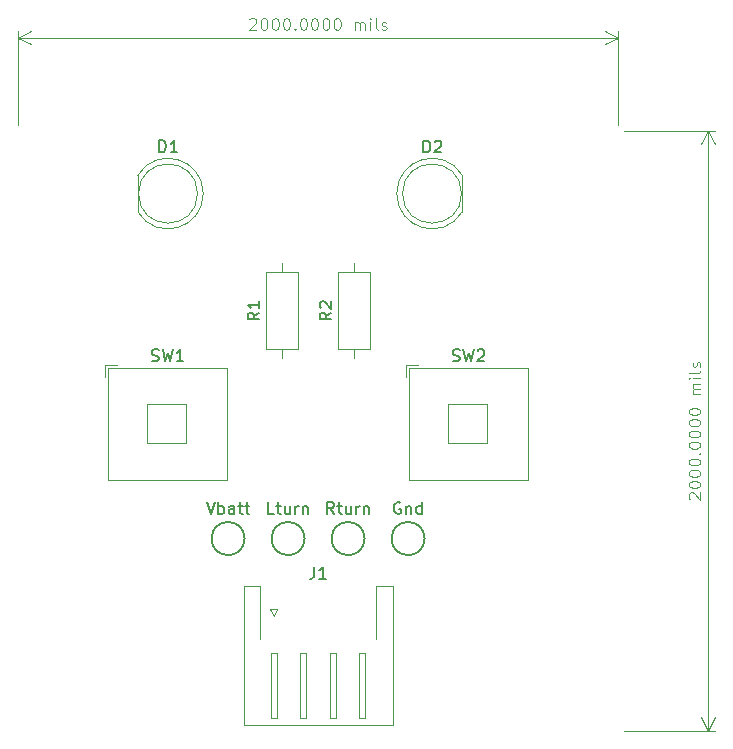
<source format=gbr>
%TF.GenerationSoftware,KiCad,Pcbnew,8.0.8*%
%TF.CreationDate,2025-03-27T00:10:53-04:00*%
%TF.ProjectId,rear_lights_unit_control_box,72656172-5f6c-4696-9768-74735f756e69,0*%
%TF.SameCoordinates,Original*%
%TF.FileFunction,Legend,Top*%
%TF.FilePolarity,Positive*%
%FSLAX46Y46*%
G04 Gerber Fmt 4.6, Leading zero omitted, Abs format (unit mm)*
G04 Created by KiCad (PCBNEW 8.0.8) date 2025-03-27 00:10:53*
%MOMM*%
%LPD*%
G01*
G04 APERTURE LIST*
%ADD10C,0.100000*%
%ADD11C,0.150000*%
%ADD12C,0.120000*%
G04 APERTURE END LIST*
D10*
X121190476Y-41378657D02*
X121238095Y-41331038D01*
X121238095Y-41331038D02*
X121333333Y-41283419D01*
X121333333Y-41283419D02*
X121571428Y-41283419D01*
X121571428Y-41283419D02*
X121666666Y-41331038D01*
X121666666Y-41331038D02*
X121714285Y-41378657D01*
X121714285Y-41378657D02*
X121761904Y-41473895D01*
X121761904Y-41473895D02*
X121761904Y-41569133D01*
X121761904Y-41569133D02*
X121714285Y-41711990D01*
X121714285Y-41711990D02*
X121142857Y-42283419D01*
X121142857Y-42283419D02*
X121761904Y-42283419D01*
X122380952Y-41283419D02*
X122476190Y-41283419D01*
X122476190Y-41283419D02*
X122571428Y-41331038D01*
X122571428Y-41331038D02*
X122619047Y-41378657D01*
X122619047Y-41378657D02*
X122666666Y-41473895D01*
X122666666Y-41473895D02*
X122714285Y-41664371D01*
X122714285Y-41664371D02*
X122714285Y-41902466D01*
X122714285Y-41902466D02*
X122666666Y-42092942D01*
X122666666Y-42092942D02*
X122619047Y-42188180D01*
X122619047Y-42188180D02*
X122571428Y-42235800D01*
X122571428Y-42235800D02*
X122476190Y-42283419D01*
X122476190Y-42283419D02*
X122380952Y-42283419D01*
X122380952Y-42283419D02*
X122285714Y-42235800D01*
X122285714Y-42235800D02*
X122238095Y-42188180D01*
X122238095Y-42188180D02*
X122190476Y-42092942D01*
X122190476Y-42092942D02*
X122142857Y-41902466D01*
X122142857Y-41902466D02*
X122142857Y-41664371D01*
X122142857Y-41664371D02*
X122190476Y-41473895D01*
X122190476Y-41473895D02*
X122238095Y-41378657D01*
X122238095Y-41378657D02*
X122285714Y-41331038D01*
X122285714Y-41331038D02*
X122380952Y-41283419D01*
X123333333Y-41283419D02*
X123428571Y-41283419D01*
X123428571Y-41283419D02*
X123523809Y-41331038D01*
X123523809Y-41331038D02*
X123571428Y-41378657D01*
X123571428Y-41378657D02*
X123619047Y-41473895D01*
X123619047Y-41473895D02*
X123666666Y-41664371D01*
X123666666Y-41664371D02*
X123666666Y-41902466D01*
X123666666Y-41902466D02*
X123619047Y-42092942D01*
X123619047Y-42092942D02*
X123571428Y-42188180D01*
X123571428Y-42188180D02*
X123523809Y-42235800D01*
X123523809Y-42235800D02*
X123428571Y-42283419D01*
X123428571Y-42283419D02*
X123333333Y-42283419D01*
X123333333Y-42283419D02*
X123238095Y-42235800D01*
X123238095Y-42235800D02*
X123190476Y-42188180D01*
X123190476Y-42188180D02*
X123142857Y-42092942D01*
X123142857Y-42092942D02*
X123095238Y-41902466D01*
X123095238Y-41902466D02*
X123095238Y-41664371D01*
X123095238Y-41664371D02*
X123142857Y-41473895D01*
X123142857Y-41473895D02*
X123190476Y-41378657D01*
X123190476Y-41378657D02*
X123238095Y-41331038D01*
X123238095Y-41331038D02*
X123333333Y-41283419D01*
X124285714Y-41283419D02*
X124380952Y-41283419D01*
X124380952Y-41283419D02*
X124476190Y-41331038D01*
X124476190Y-41331038D02*
X124523809Y-41378657D01*
X124523809Y-41378657D02*
X124571428Y-41473895D01*
X124571428Y-41473895D02*
X124619047Y-41664371D01*
X124619047Y-41664371D02*
X124619047Y-41902466D01*
X124619047Y-41902466D02*
X124571428Y-42092942D01*
X124571428Y-42092942D02*
X124523809Y-42188180D01*
X124523809Y-42188180D02*
X124476190Y-42235800D01*
X124476190Y-42235800D02*
X124380952Y-42283419D01*
X124380952Y-42283419D02*
X124285714Y-42283419D01*
X124285714Y-42283419D02*
X124190476Y-42235800D01*
X124190476Y-42235800D02*
X124142857Y-42188180D01*
X124142857Y-42188180D02*
X124095238Y-42092942D01*
X124095238Y-42092942D02*
X124047619Y-41902466D01*
X124047619Y-41902466D02*
X124047619Y-41664371D01*
X124047619Y-41664371D02*
X124095238Y-41473895D01*
X124095238Y-41473895D02*
X124142857Y-41378657D01*
X124142857Y-41378657D02*
X124190476Y-41331038D01*
X124190476Y-41331038D02*
X124285714Y-41283419D01*
X125047619Y-42188180D02*
X125095238Y-42235800D01*
X125095238Y-42235800D02*
X125047619Y-42283419D01*
X125047619Y-42283419D02*
X125000000Y-42235800D01*
X125000000Y-42235800D02*
X125047619Y-42188180D01*
X125047619Y-42188180D02*
X125047619Y-42283419D01*
X125714285Y-41283419D02*
X125809523Y-41283419D01*
X125809523Y-41283419D02*
X125904761Y-41331038D01*
X125904761Y-41331038D02*
X125952380Y-41378657D01*
X125952380Y-41378657D02*
X125999999Y-41473895D01*
X125999999Y-41473895D02*
X126047618Y-41664371D01*
X126047618Y-41664371D02*
X126047618Y-41902466D01*
X126047618Y-41902466D02*
X125999999Y-42092942D01*
X125999999Y-42092942D02*
X125952380Y-42188180D01*
X125952380Y-42188180D02*
X125904761Y-42235800D01*
X125904761Y-42235800D02*
X125809523Y-42283419D01*
X125809523Y-42283419D02*
X125714285Y-42283419D01*
X125714285Y-42283419D02*
X125619047Y-42235800D01*
X125619047Y-42235800D02*
X125571428Y-42188180D01*
X125571428Y-42188180D02*
X125523809Y-42092942D01*
X125523809Y-42092942D02*
X125476190Y-41902466D01*
X125476190Y-41902466D02*
X125476190Y-41664371D01*
X125476190Y-41664371D02*
X125523809Y-41473895D01*
X125523809Y-41473895D02*
X125571428Y-41378657D01*
X125571428Y-41378657D02*
X125619047Y-41331038D01*
X125619047Y-41331038D02*
X125714285Y-41283419D01*
X126666666Y-41283419D02*
X126761904Y-41283419D01*
X126761904Y-41283419D02*
X126857142Y-41331038D01*
X126857142Y-41331038D02*
X126904761Y-41378657D01*
X126904761Y-41378657D02*
X126952380Y-41473895D01*
X126952380Y-41473895D02*
X126999999Y-41664371D01*
X126999999Y-41664371D02*
X126999999Y-41902466D01*
X126999999Y-41902466D02*
X126952380Y-42092942D01*
X126952380Y-42092942D02*
X126904761Y-42188180D01*
X126904761Y-42188180D02*
X126857142Y-42235800D01*
X126857142Y-42235800D02*
X126761904Y-42283419D01*
X126761904Y-42283419D02*
X126666666Y-42283419D01*
X126666666Y-42283419D02*
X126571428Y-42235800D01*
X126571428Y-42235800D02*
X126523809Y-42188180D01*
X126523809Y-42188180D02*
X126476190Y-42092942D01*
X126476190Y-42092942D02*
X126428571Y-41902466D01*
X126428571Y-41902466D02*
X126428571Y-41664371D01*
X126428571Y-41664371D02*
X126476190Y-41473895D01*
X126476190Y-41473895D02*
X126523809Y-41378657D01*
X126523809Y-41378657D02*
X126571428Y-41331038D01*
X126571428Y-41331038D02*
X126666666Y-41283419D01*
X127619047Y-41283419D02*
X127714285Y-41283419D01*
X127714285Y-41283419D02*
X127809523Y-41331038D01*
X127809523Y-41331038D02*
X127857142Y-41378657D01*
X127857142Y-41378657D02*
X127904761Y-41473895D01*
X127904761Y-41473895D02*
X127952380Y-41664371D01*
X127952380Y-41664371D02*
X127952380Y-41902466D01*
X127952380Y-41902466D02*
X127904761Y-42092942D01*
X127904761Y-42092942D02*
X127857142Y-42188180D01*
X127857142Y-42188180D02*
X127809523Y-42235800D01*
X127809523Y-42235800D02*
X127714285Y-42283419D01*
X127714285Y-42283419D02*
X127619047Y-42283419D01*
X127619047Y-42283419D02*
X127523809Y-42235800D01*
X127523809Y-42235800D02*
X127476190Y-42188180D01*
X127476190Y-42188180D02*
X127428571Y-42092942D01*
X127428571Y-42092942D02*
X127380952Y-41902466D01*
X127380952Y-41902466D02*
X127380952Y-41664371D01*
X127380952Y-41664371D02*
X127428571Y-41473895D01*
X127428571Y-41473895D02*
X127476190Y-41378657D01*
X127476190Y-41378657D02*
X127523809Y-41331038D01*
X127523809Y-41331038D02*
X127619047Y-41283419D01*
X128571428Y-41283419D02*
X128666666Y-41283419D01*
X128666666Y-41283419D02*
X128761904Y-41331038D01*
X128761904Y-41331038D02*
X128809523Y-41378657D01*
X128809523Y-41378657D02*
X128857142Y-41473895D01*
X128857142Y-41473895D02*
X128904761Y-41664371D01*
X128904761Y-41664371D02*
X128904761Y-41902466D01*
X128904761Y-41902466D02*
X128857142Y-42092942D01*
X128857142Y-42092942D02*
X128809523Y-42188180D01*
X128809523Y-42188180D02*
X128761904Y-42235800D01*
X128761904Y-42235800D02*
X128666666Y-42283419D01*
X128666666Y-42283419D02*
X128571428Y-42283419D01*
X128571428Y-42283419D02*
X128476190Y-42235800D01*
X128476190Y-42235800D02*
X128428571Y-42188180D01*
X128428571Y-42188180D02*
X128380952Y-42092942D01*
X128380952Y-42092942D02*
X128333333Y-41902466D01*
X128333333Y-41902466D02*
X128333333Y-41664371D01*
X128333333Y-41664371D02*
X128380952Y-41473895D01*
X128380952Y-41473895D02*
X128428571Y-41378657D01*
X128428571Y-41378657D02*
X128476190Y-41331038D01*
X128476190Y-41331038D02*
X128571428Y-41283419D01*
X130095238Y-42283419D02*
X130095238Y-41616752D01*
X130095238Y-41711990D02*
X130142857Y-41664371D01*
X130142857Y-41664371D02*
X130238095Y-41616752D01*
X130238095Y-41616752D02*
X130380952Y-41616752D01*
X130380952Y-41616752D02*
X130476190Y-41664371D01*
X130476190Y-41664371D02*
X130523809Y-41759609D01*
X130523809Y-41759609D02*
X130523809Y-42283419D01*
X130523809Y-41759609D02*
X130571428Y-41664371D01*
X130571428Y-41664371D02*
X130666666Y-41616752D01*
X130666666Y-41616752D02*
X130809523Y-41616752D01*
X130809523Y-41616752D02*
X130904762Y-41664371D01*
X130904762Y-41664371D02*
X130952381Y-41759609D01*
X130952381Y-41759609D02*
X130952381Y-42283419D01*
X131428571Y-42283419D02*
X131428571Y-41616752D01*
X131428571Y-41283419D02*
X131380952Y-41331038D01*
X131380952Y-41331038D02*
X131428571Y-41378657D01*
X131428571Y-41378657D02*
X131476190Y-41331038D01*
X131476190Y-41331038D02*
X131428571Y-41283419D01*
X131428571Y-41283419D02*
X131428571Y-41378657D01*
X132047618Y-42283419D02*
X131952380Y-42235800D01*
X131952380Y-42235800D02*
X131904761Y-42140561D01*
X131904761Y-42140561D02*
X131904761Y-41283419D01*
X132380952Y-42235800D02*
X132476190Y-42283419D01*
X132476190Y-42283419D02*
X132666666Y-42283419D01*
X132666666Y-42283419D02*
X132761904Y-42235800D01*
X132761904Y-42235800D02*
X132809523Y-42140561D01*
X132809523Y-42140561D02*
X132809523Y-42092942D01*
X132809523Y-42092942D02*
X132761904Y-41997704D01*
X132761904Y-41997704D02*
X132666666Y-41950085D01*
X132666666Y-41950085D02*
X132523809Y-41950085D01*
X132523809Y-41950085D02*
X132428571Y-41902466D01*
X132428571Y-41902466D02*
X132380952Y-41807228D01*
X132380952Y-41807228D02*
X132380952Y-41759609D01*
X132380952Y-41759609D02*
X132428571Y-41664371D01*
X132428571Y-41664371D02*
X132523809Y-41616752D01*
X132523809Y-41616752D02*
X132666666Y-41616752D01*
X132666666Y-41616752D02*
X132761904Y-41664371D01*
X101600000Y-50300000D02*
X101600000Y-42339580D01*
X152400000Y-50300000D02*
X152400000Y-42339580D01*
X101600000Y-42926000D02*
X152400000Y-42926000D01*
X101600000Y-42926000D02*
X152400000Y-42926000D01*
X101600000Y-42926000D02*
X102726504Y-42339579D01*
X101600000Y-42926000D02*
X102726504Y-43512421D01*
X152400000Y-42926000D02*
X151273496Y-43512421D01*
X152400000Y-42926000D02*
X151273496Y-42339579D01*
X158472657Y-82009523D02*
X158425038Y-81961904D01*
X158425038Y-81961904D02*
X158377419Y-81866666D01*
X158377419Y-81866666D02*
X158377419Y-81628571D01*
X158377419Y-81628571D02*
X158425038Y-81533333D01*
X158425038Y-81533333D02*
X158472657Y-81485714D01*
X158472657Y-81485714D02*
X158567895Y-81438095D01*
X158567895Y-81438095D02*
X158663133Y-81438095D01*
X158663133Y-81438095D02*
X158805990Y-81485714D01*
X158805990Y-81485714D02*
X159377419Y-82057142D01*
X159377419Y-82057142D02*
X159377419Y-81438095D01*
X158377419Y-80819047D02*
X158377419Y-80723809D01*
X158377419Y-80723809D02*
X158425038Y-80628571D01*
X158425038Y-80628571D02*
X158472657Y-80580952D01*
X158472657Y-80580952D02*
X158567895Y-80533333D01*
X158567895Y-80533333D02*
X158758371Y-80485714D01*
X158758371Y-80485714D02*
X158996466Y-80485714D01*
X158996466Y-80485714D02*
X159186942Y-80533333D01*
X159186942Y-80533333D02*
X159282180Y-80580952D01*
X159282180Y-80580952D02*
X159329800Y-80628571D01*
X159329800Y-80628571D02*
X159377419Y-80723809D01*
X159377419Y-80723809D02*
X159377419Y-80819047D01*
X159377419Y-80819047D02*
X159329800Y-80914285D01*
X159329800Y-80914285D02*
X159282180Y-80961904D01*
X159282180Y-80961904D02*
X159186942Y-81009523D01*
X159186942Y-81009523D02*
X158996466Y-81057142D01*
X158996466Y-81057142D02*
X158758371Y-81057142D01*
X158758371Y-81057142D02*
X158567895Y-81009523D01*
X158567895Y-81009523D02*
X158472657Y-80961904D01*
X158472657Y-80961904D02*
X158425038Y-80914285D01*
X158425038Y-80914285D02*
X158377419Y-80819047D01*
X158377419Y-79866666D02*
X158377419Y-79771428D01*
X158377419Y-79771428D02*
X158425038Y-79676190D01*
X158425038Y-79676190D02*
X158472657Y-79628571D01*
X158472657Y-79628571D02*
X158567895Y-79580952D01*
X158567895Y-79580952D02*
X158758371Y-79533333D01*
X158758371Y-79533333D02*
X158996466Y-79533333D01*
X158996466Y-79533333D02*
X159186942Y-79580952D01*
X159186942Y-79580952D02*
X159282180Y-79628571D01*
X159282180Y-79628571D02*
X159329800Y-79676190D01*
X159329800Y-79676190D02*
X159377419Y-79771428D01*
X159377419Y-79771428D02*
X159377419Y-79866666D01*
X159377419Y-79866666D02*
X159329800Y-79961904D01*
X159329800Y-79961904D02*
X159282180Y-80009523D01*
X159282180Y-80009523D02*
X159186942Y-80057142D01*
X159186942Y-80057142D02*
X158996466Y-80104761D01*
X158996466Y-80104761D02*
X158758371Y-80104761D01*
X158758371Y-80104761D02*
X158567895Y-80057142D01*
X158567895Y-80057142D02*
X158472657Y-80009523D01*
X158472657Y-80009523D02*
X158425038Y-79961904D01*
X158425038Y-79961904D02*
X158377419Y-79866666D01*
X158377419Y-78914285D02*
X158377419Y-78819047D01*
X158377419Y-78819047D02*
X158425038Y-78723809D01*
X158425038Y-78723809D02*
X158472657Y-78676190D01*
X158472657Y-78676190D02*
X158567895Y-78628571D01*
X158567895Y-78628571D02*
X158758371Y-78580952D01*
X158758371Y-78580952D02*
X158996466Y-78580952D01*
X158996466Y-78580952D02*
X159186942Y-78628571D01*
X159186942Y-78628571D02*
X159282180Y-78676190D01*
X159282180Y-78676190D02*
X159329800Y-78723809D01*
X159329800Y-78723809D02*
X159377419Y-78819047D01*
X159377419Y-78819047D02*
X159377419Y-78914285D01*
X159377419Y-78914285D02*
X159329800Y-79009523D01*
X159329800Y-79009523D02*
X159282180Y-79057142D01*
X159282180Y-79057142D02*
X159186942Y-79104761D01*
X159186942Y-79104761D02*
X158996466Y-79152380D01*
X158996466Y-79152380D02*
X158758371Y-79152380D01*
X158758371Y-79152380D02*
X158567895Y-79104761D01*
X158567895Y-79104761D02*
X158472657Y-79057142D01*
X158472657Y-79057142D02*
X158425038Y-79009523D01*
X158425038Y-79009523D02*
X158377419Y-78914285D01*
X159282180Y-78152380D02*
X159329800Y-78104761D01*
X159329800Y-78104761D02*
X159377419Y-78152380D01*
X159377419Y-78152380D02*
X159329800Y-78199999D01*
X159329800Y-78199999D02*
X159282180Y-78152380D01*
X159282180Y-78152380D02*
X159377419Y-78152380D01*
X158377419Y-77485714D02*
X158377419Y-77390476D01*
X158377419Y-77390476D02*
X158425038Y-77295238D01*
X158425038Y-77295238D02*
X158472657Y-77247619D01*
X158472657Y-77247619D02*
X158567895Y-77200000D01*
X158567895Y-77200000D02*
X158758371Y-77152381D01*
X158758371Y-77152381D02*
X158996466Y-77152381D01*
X158996466Y-77152381D02*
X159186942Y-77200000D01*
X159186942Y-77200000D02*
X159282180Y-77247619D01*
X159282180Y-77247619D02*
X159329800Y-77295238D01*
X159329800Y-77295238D02*
X159377419Y-77390476D01*
X159377419Y-77390476D02*
X159377419Y-77485714D01*
X159377419Y-77485714D02*
X159329800Y-77580952D01*
X159329800Y-77580952D02*
X159282180Y-77628571D01*
X159282180Y-77628571D02*
X159186942Y-77676190D01*
X159186942Y-77676190D02*
X158996466Y-77723809D01*
X158996466Y-77723809D02*
X158758371Y-77723809D01*
X158758371Y-77723809D02*
X158567895Y-77676190D01*
X158567895Y-77676190D02*
X158472657Y-77628571D01*
X158472657Y-77628571D02*
X158425038Y-77580952D01*
X158425038Y-77580952D02*
X158377419Y-77485714D01*
X158377419Y-76533333D02*
X158377419Y-76438095D01*
X158377419Y-76438095D02*
X158425038Y-76342857D01*
X158425038Y-76342857D02*
X158472657Y-76295238D01*
X158472657Y-76295238D02*
X158567895Y-76247619D01*
X158567895Y-76247619D02*
X158758371Y-76200000D01*
X158758371Y-76200000D02*
X158996466Y-76200000D01*
X158996466Y-76200000D02*
X159186942Y-76247619D01*
X159186942Y-76247619D02*
X159282180Y-76295238D01*
X159282180Y-76295238D02*
X159329800Y-76342857D01*
X159329800Y-76342857D02*
X159377419Y-76438095D01*
X159377419Y-76438095D02*
X159377419Y-76533333D01*
X159377419Y-76533333D02*
X159329800Y-76628571D01*
X159329800Y-76628571D02*
X159282180Y-76676190D01*
X159282180Y-76676190D02*
X159186942Y-76723809D01*
X159186942Y-76723809D02*
X158996466Y-76771428D01*
X158996466Y-76771428D02*
X158758371Y-76771428D01*
X158758371Y-76771428D02*
X158567895Y-76723809D01*
X158567895Y-76723809D02*
X158472657Y-76676190D01*
X158472657Y-76676190D02*
X158425038Y-76628571D01*
X158425038Y-76628571D02*
X158377419Y-76533333D01*
X158377419Y-75580952D02*
X158377419Y-75485714D01*
X158377419Y-75485714D02*
X158425038Y-75390476D01*
X158425038Y-75390476D02*
X158472657Y-75342857D01*
X158472657Y-75342857D02*
X158567895Y-75295238D01*
X158567895Y-75295238D02*
X158758371Y-75247619D01*
X158758371Y-75247619D02*
X158996466Y-75247619D01*
X158996466Y-75247619D02*
X159186942Y-75295238D01*
X159186942Y-75295238D02*
X159282180Y-75342857D01*
X159282180Y-75342857D02*
X159329800Y-75390476D01*
X159329800Y-75390476D02*
X159377419Y-75485714D01*
X159377419Y-75485714D02*
X159377419Y-75580952D01*
X159377419Y-75580952D02*
X159329800Y-75676190D01*
X159329800Y-75676190D02*
X159282180Y-75723809D01*
X159282180Y-75723809D02*
X159186942Y-75771428D01*
X159186942Y-75771428D02*
X158996466Y-75819047D01*
X158996466Y-75819047D02*
X158758371Y-75819047D01*
X158758371Y-75819047D02*
X158567895Y-75771428D01*
X158567895Y-75771428D02*
X158472657Y-75723809D01*
X158472657Y-75723809D02*
X158425038Y-75676190D01*
X158425038Y-75676190D02*
X158377419Y-75580952D01*
X158377419Y-74628571D02*
X158377419Y-74533333D01*
X158377419Y-74533333D02*
X158425038Y-74438095D01*
X158425038Y-74438095D02*
X158472657Y-74390476D01*
X158472657Y-74390476D02*
X158567895Y-74342857D01*
X158567895Y-74342857D02*
X158758371Y-74295238D01*
X158758371Y-74295238D02*
X158996466Y-74295238D01*
X158996466Y-74295238D02*
X159186942Y-74342857D01*
X159186942Y-74342857D02*
X159282180Y-74390476D01*
X159282180Y-74390476D02*
X159329800Y-74438095D01*
X159329800Y-74438095D02*
X159377419Y-74533333D01*
X159377419Y-74533333D02*
X159377419Y-74628571D01*
X159377419Y-74628571D02*
X159329800Y-74723809D01*
X159329800Y-74723809D02*
X159282180Y-74771428D01*
X159282180Y-74771428D02*
X159186942Y-74819047D01*
X159186942Y-74819047D02*
X158996466Y-74866666D01*
X158996466Y-74866666D02*
X158758371Y-74866666D01*
X158758371Y-74866666D02*
X158567895Y-74819047D01*
X158567895Y-74819047D02*
X158472657Y-74771428D01*
X158472657Y-74771428D02*
X158425038Y-74723809D01*
X158425038Y-74723809D02*
X158377419Y-74628571D01*
X159377419Y-73104761D02*
X158710752Y-73104761D01*
X158805990Y-73104761D02*
X158758371Y-73057142D01*
X158758371Y-73057142D02*
X158710752Y-72961904D01*
X158710752Y-72961904D02*
X158710752Y-72819047D01*
X158710752Y-72819047D02*
X158758371Y-72723809D01*
X158758371Y-72723809D02*
X158853609Y-72676190D01*
X158853609Y-72676190D02*
X159377419Y-72676190D01*
X158853609Y-72676190D02*
X158758371Y-72628571D01*
X158758371Y-72628571D02*
X158710752Y-72533333D01*
X158710752Y-72533333D02*
X158710752Y-72390476D01*
X158710752Y-72390476D02*
X158758371Y-72295237D01*
X158758371Y-72295237D02*
X158853609Y-72247618D01*
X158853609Y-72247618D02*
X159377419Y-72247618D01*
X159377419Y-71771428D02*
X158710752Y-71771428D01*
X158377419Y-71771428D02*
X158425038Y-71819047D01*
X158425038Y-71819047D02*
X158472657Y-71771428D01*
X158472657Y-71771428D02*
X158425038Y-71723809D01*
X158425038Y-71723809D02*
X158377419Y-71771428D01*
X158377419Y-71771428D02*
X158472657Y-71771428D01*
X159377419Y-71152381D02*
X159329800Y-71247619D01*
X159329800Y-71247619D02*
X159234561Y-71295238D01*
X159234561Y-71295238D02*
X158377419Y-71295238D01*
X159329800Y-70819047D02*
X159377419Y-70723809D01*
X159377419Y-70723809D02*
X159377419Y-70533333D01*
X159377419Y-70533333D02*
X159329800Y-70438095D01*
X159329800Y-70438095D02*
X159234561Y-70390476D01*
X159234561Y-70390476D02*
X159186942Y-70390476D01*
X159186942Y-70390476D02*
X159091704Y-70438095D01*
X159091704Y-70438095D02*
X159044085Y-70533333D01*
X159044085Y-70533333D02*
X159044085Y-70676190D01*
X159044085Y-70676190D02*
X158996466Y-70771428D01*
X158996466Y-70771428D02*
X158901228Y-70819047D01*
X158901228Y-70819047D02*
X158853609Y-70819047D01*
X158853609Y-70819047D02*
X158758371Y-70771428D01*
X158758371Y-70771428D02*
X158710752Y-70676190D01*
X158710752Y-70676190D02*
X158710752Y-70533333D01*
X158710752Y-70533333D02*
X158758371Y-70438095D01*
X152900000Y-101600000D02*
X160606420Y-101600000D01*
X152900000Y-50800000D02*
X160606420Y-50800000D01*
X160020000Y-101600000D02*
X160020000Y-50800000D01*
X160020000Y-101600000D02*
X160020000Y-50800000D01*
X160020000Y-101600000D02*
X159433579Y-100473496D01*
X160020000Y-101600000D02*
X160606421Y-100473496D01*
X160020000Y-50800000D02*
X160606421Y-51926504D01*
X160020000Y-50800000D02*
X159433579Y-51926504D01*
D11*
X122036819Y-66206666D02*
X121560628Y-66539999D01*
X122036819Y-66778094D02*
X121036819Y-66778094D01*
X121036819Y-66778094D02*
X121036819Y-66397142D01*
X121036819Y-66397142D02*
X121084438Y-66301904D01*
X121084438Y-66301904D02*
X121132057Y-66254285D01*
X121132057Y-66254285D02*
X121227295Y-66206666D01*
X121227295Y-66206666D02*
X121370152Y-66206666D01*
X121370152Y-66206666D02*
X121465390Y-66254285D01*
X121465390Y-66254285D02*
X121513009Y-66301904D01*
X121513009Y-66301904D02*
X121560628Y-66397142D01*
X121560628Y-66397142D02*
X121560628Y-66778094D01*
X122036819Y-65254285D02*
X122036819Y-65825713D01*
X122036819Y-65539999D02*
X121036819Y-65539999D01*
X121036819Y-65539999D02*
X121179676Y-65635237D01*
X121179676Y-65635237D02*
X121274914Y-65730475D01*
X121274914Y-65730475D02*
X121322533Y-65825713D01*
X123269523Y-83258819D02*
X122793333Y-83258819D01*
X122793333Y-83258819D02*
X122793333Y-82258819D01*
X123460000Y-82592152D02*
X123840952Y-82592152D01*
X123602857Y-82258819D02*
X123602857Y-83115961D01*
X123602857Y-83115961D02*
X123650476Y-83211200D01*
X123650476Y-83211200D02*
X123745714Y-83258819D01*
X123745714Y-83258819D02*
X123840952Y-83258819D01*
X124602857Y-82592152D02*
X124602857Y-83258819D01*
X124174286Y-82592152D02*
X124174286Y-83115961D01*
X124174286Y-83115961D02*
X124221905Y-83211200D01*
X124221905Y-83211200D02*
X124317143Y-83258819D01*
X124317143Y-83258819D02*
X124460000Y-83258819D01*
X124460000Y-83258819D02*
X124555238Y-83211200D01*
X124555238Y-83211200D02*
X124602857Y-83163580D01*
X125079048Y-83258819D02*
X125079048Y-82592152D01*
X125079048Y-82782628D02*
X125126667Y-82687390D01*
X125126667Y-82687390D02*
X125174286Y-82639771D01*
X125174286Y-82639771D02*
X125269524Y-82592152D01*
X125269524Y-82592152D02*
X125364762Y-82592152D01*
X125698096Y-82592152D02*
X125698096Y-83258819D01*
X125698096Y-82687390D02*
X125745715Y-82639771D01*
X125745715Y-82639771D02*
X125840953Y-82592152D01*
X125840953Y-82592152D02*
X125983810Y-82592152D01*
X125983810Y-82592152D02*
X126079048Y-82639771D01*
X126079048Y-82639771D02*
X126126667Y-82735009D01*
X126126667Y-82735009D02*
X126126667Y-83258819D01*
X112926667Y-70288500D02*
X113069524Y-70336119D01*
X113069524Y-70336119D02*
X113307619Y-70336119D01*
X113307619Y-70336119D02*
X113402857Y-70288500D01*
X113402857Y-70288500D02*
X113450476Y-70240880D01*
X113450476Y-70240880D02*
X113498095Y-70145642D01*
X113498095Y-70145642D02*
X113498095Y-70050404D01*
X113498095Y-70050404D02*
X113450476Y-69955166D01*
X113450476Y-69955166D02*
X113402857Y-69907547D01*
X113402857Y-69907547D02*
X113307619Y-69859928D01*
X113307619Y-69859928D02*
X113117143Y-69812309D01*
X113117143Y-69812309D02*
X113021905Y-69764690D01*
X113021905Y-69764690D02*
X112974286Y-69717071D01*
X112974286Y-69717071D02*
X112926667Y-69621833D01*
X112926667Y-69621833D02*
X112926667Y-69526595D01*
X112926667Y-69526595D02*
X112974286Y-69431357D01*
X112974286Y-69431357D02*
X113021905Y-69383738D01*
X113021905Y-69383738D02*
X113117143Y-69336119D01*
X113117143Y-69336119D02*
X113355238Y-69336119D01*
X113355238Y-69336119D02*
X113498095Y-69383738D01*
X113831429Y-69336119D02*
X114069524Y-70336119D01*
X114069524Y-70336119D02*
X114260000Y-69621833D01*
X114260000Y-69621833D02*
X114450476Y-70336119D01*
X114450476Y-70336119D02*
X114688572Y-69336119D01*
X115593333Y-70336119D02*
X115021905Y-70336119D01*
X115307619Y-70336119D02*
X115307619Y-69336119D01*
X115307619Y-69336119D02*
X115212381Y-69478976D01*
X115212381Y-69478976D02*
X115117143Y-69574214D01*
X115117143Y-69574214D02*
X115021905Y-69621833D01*
X133977142Y-82306438D02*
X133881904Y-82258819D01*
X133881904Y-82258819D02*
X133739047Y-82258819D01*
X133739047Y-82258819D02*
X133596190Y-82306438D01*
X133596190Y-82306438D02*
X133500952Y-82401676D01*
X133500952Y-82401676D02*
X133453333Y-82496914D01*
X133453333Y-82496914D02*
X133405714Y-82687390D01*
X133405714Y-82687390D02*
X133405714Y-82830247D01*
X133405714Y-82830247D02*
X133453333Y-83020723D01*
X133453333Y-83020723D02*
X133500952Y-83115961D01*
X133500952Y-83115961D02*
X133596190Y-83211200D01*
X133596190Y-83211200D02*
X133739047Y-83258819D01*
X133739047Y-83258819D02*
X133834285Y-83258819D01*
X133834285Y-83258819D02*
X133977142Y-83211200D01*
X133977142Y-83211200D02*
X134024761Y-83163580D01*
X134024761Y-83163580D02*
X134024761Y-82830247D01*
X134024761Y-82830247D02*
X133834285Y-82830247D01*
X134453333Y-82592152D02*
X134453333Y-83258819D01*
X134453333Y-82687390D02*
X134500952Y-82639771D01*
X134500952Y-82639771D02*
X134596190Y-82592152D01*
X134596190Y-82592152D02*
X134739047Y-82592152D01*
X134739047Y-82592152D02*
X134834285Y-82639771D01*
X134834285Y-82639771D02*
X134881904Y-82735009D01*
X134881904Y-82735009D02*
X134881904Y-83258819D01*
X135786666Y-83258819D02*
X135786666Y-82258819D01*
X135786666Y-83211200D02*
X135691428Y-83258819D01*
X135691428Y-83258819D02*
X135500952Y-83258819D01*
X135500952Y-83258819D02*
X135405714Y-83211200D01*
X135405714Y-83211200D02*
X135358095Y-83163580D01*
X135358095Y-83163580D02*
X135310476Y-83068342D01*
X135310476Y-83068342D02*
X135310476Y-82782628D01*
X135310476Y-82782628D02*
X135358095Y-82687390D01*
X135358095Y-82687390D02*
X135405714Y-82639771D01*
X135405714Y-82639771D02*
X135500952Y-82592152D01*
X135500952Y-82592152D02*
X135691428Y-82592152D01*
X135691428Y-82592152D02*
X135786666Y-82639771D01*
X128136819Y-66206666D02*
X127660628Y-66539999D01*
X128136819Y-66778094D02*
X127136819Y-66778094D01*
X127136819Y-66778094D02*
X127136819Y-66397142D01*
X127136819Y-66397142D02*
X127184438Y-66301904D01*
X127184438Y-66301904D02*
X127232057Y-66254285D01*
X127232057Y-66254285D02*
X127327295Y-66206666D01*
X127327295Y-66206666D02*
X127470152Y-66206666D01*
X127470152Y-66206666D02*
X127565390Y-66254285D01*
X127565390Y-66254285D02*
X127613009Y-66301904D01*
X127613009Y-66301904D02*
X127660628Y-66397142D01*
X127660628Y-66397142D02*
X127660628Y-66778094D01*
X127232057Y-65825713D02*
X127184438Y-65778094D01*
X127184438Y-65778094D02*
X127136819Y-65682856D01*
X127136819Y-65682856D02*
X127136819Y-65444761D01*
X127136819Y-65444761D02*
X127184438Y-65349523D01*
X127184438Y-65349523D02*
X127232057Y-65301904D01*
X127232057Y-65301904D02*
X127327295Y-65254285D01*
X127327295Y-65254285D02*
X127422533Y-65254285D01*
X127422533Y-65254285D02*
X127565390Y-65301904D01*
X127565390Y-65301904D02*
X128136819Y-65873332D01*
X128136819Y-65873332D02*
X128136819Y-65254285D01*
X113556905Y-52628819D02*
X113556905Y-51628819D01*
X113556905Y-51628819D02*
X113795000Y-51628819D01*
X113795000Y-51628819D02*
X113937857Y-51676438D01*
X113937857Y-51676438D02*
X114033095Y-51771676D01*
X114033095Y-51771676D02*
X114080714Y-51866914D01*
X114080714Y-51866914D02*
X114128333Y-52057390D01*
X114128333Y-52057390D02*
X114128333Y-52200247D01*
X114128333Y-52200247D02*
X114080714Y-52390723D01*
X114080714Y-52390723D02*
X114033095Y-52485961D01*
X114033095Y-52485961D02*
X113937857Y-52581200D01*
X113937857Y-52581200D02*
X113795000Y-52628819D01*
X113795000Y-52628819D02*
X113556905Y-52628819D01*
X115080714Y-52628819D02*
X114509286Y-52628819D01*
X114795000Y-52628819D02*
X114795000Y-51628819D01*
X114795000Y-51628819D02*
X114699762Y-51771676D01*
X114699762Y-51771676D02*
X114604524Y-51866914D01*
X114604524Y-51866914D02*
X114509286Y-51914533D01*
X135913905Y-52646739D02*
X135913905Y-51646739D01*
X135913905Y-51646739D02*
X136152000Y-51646739D01*
X136152000Y-51646739D02*
X136294857Y-51694358D01*
X136294857Y-51694358D02*
X136390095Y-51789596D01*
X136390095Y-51789596D02*
X136437714Y-51884834D01*
X136437714Y-51884834D02*
X136485333Y-52075310D01*
X136485333Y-52075310D02*
X136485333Y-52218167D01*
X136485333Y-52218167D02*
X136437714Y-52408643D01*
X136437714Y-52408643D02*
X136390095Y-52503881D01*
X136390095Y-52503881D02*
X136294857Y-52599120D01*
X136294857Y-52599120D02*
X136152000Y-52646739D01*
X136152000Y-52646739D02*
X135913905Y-52646739D01*
X136866286Y-51741977D02*
X136913905Y-51694358D01*
X136913905Y-51694358D02*
X137009143Y-51646739D01*
X137009143Y-51646739D02*
X137247238Y-51646739D01*
X137247238Y-51646739D02*
X137342476Y-51694358D01*
X137342476Y-51694358D02*
X137390095Y-51741977D01*
X137390095Y-51741977D02*
X137437714Y-51837215D01*
X137437714Y-51837215D02*
X137437714Y-51932453D01*
X137437714Y-51932453D02*
X137390095Y-52075310D01*
X137390095Y-52075310D02*
X136818667Y-52646739D01*
X136818667Y-52646739D02*
X137437714Y-52646739D01*
X117570476Y-82258819D02*
X117903809Y-83258819D01*
X117903809Y-83258819D02*
X118237142Y-82258819D01*
X118570476Y-83258819D02*
X118570476Y-82258819D01*
X118570476Y-82639771D02*
X118665714Y-82592152D01*
X118665714Y-82592152D02*
X118856190Y-82592152D01*
X118856190Y-82592152D02*
X118951428Y-82639771D01*
X118951428Y-82639771D02*
X118999047Y-82687390D01*
X118999047Y-82687390D02*
X119046666Y-82782628D01*
X119046666Y-82782628D02*
X119046666Y-83068342D01*
X119046666Y-83068342D02*
X118999047Y-83163580D01*
X118999047Y-83163580D02*
X118951428Y-83211200D01*
X118951428Y-83211200D02*
X118856190Y-83258819D01*
X118856190Y-83258819D02*
X118665714Y-83258819D01*
X118665714Y-83258819D02*
X118570476Y-83211200D01*
X119903809Y-83258819D02*
X119903809Y-82735009D01*
X119903809Y-82735009D02*
X119856190Y-82639771D01*
X119856190Y-82639771D02*
X119760952Y-82592152D01*
X119760952Y-82592152D02*
X119570476Y-82592152D01*
X119570476Y-82592152D02*
X119475238Y-82639771D01*
X119903809Y-83211200D02*
X119808571Y-83258819D01*
X119808571Y-83258819D02*
X119570476Y-83258819D01*
X119570476Y-83258819D02*
X119475238Y-83211200D01*
X119475238Y-83211200D02*
X119427619Y-83115961D01*
X119427619Y-83115961D02*
X119427619Y-83020723D01*
X119427619Y-83020723D02*
X119475238Y-82925485D01*
X119475238Y-82925485D02*
X119570476Y-82877866D01*
X119570476Y-82877866D02*
X119808571Y-82877866D01*
X119808571Y-82877866D02*
X119903809Y-82830247D01*
X120237143Y-82592152D02*
X120618095Y-82592152D01*
X120380000Y-82258819D02*
X120380000Y-83115961D01*
X120380000Y-83115961D02*
X120427619Y-83211200D01*
X120427619Y-83211200D02*
X120522857Y-83258819D01*
X120522857Y-83258819D02*
X120618095Y-83258819D01*
X120808572Y-82592152D02*
X121189524Y-82592152D01*
X120951429Y-82258819D02*
X120951429Y-83115961D01*
X120951429Y-83115961D02*
X120999048Y-83211200D01*
X120999048Y-83211200D02*
X121094286Y-83258819D01*
X121094286Y-83258819D02*
X121189524Y-83258819D01*
X138406667Y-70288500D02*
X138549524Y-70336119D01*
X138549524Y-70336119D02*
X138787619Y-70336119D01*
X138787619Y-70336119D02*
X138882857Y-70288500D01*
X138882857Y-70288500D02*
X138930476Y-70240880D01*
X138930476Y-70240880D02*
X138978095Y-70145642D01*
X138978095Y-70145642D02*
X138978095Y-70050404D01*
X138978095Y-70050404D02*
X138930476Y-69955166D01*
X138930476Y-69955166D02*
X138882857Y-69907547D01*
X138882857Y-69907547D02*
X138787619Y-69859928D01*
X138787619Y-69859928D02*
X138597143Y-69812309D01*
X138597143Y-69812309D02*
X138501905Y-69764690D01*
X138501905Y-69764690D02*
X138454286Y-69717071D01*
X138454286Y-69717071D02*
X138406667Y-69621833D01*
X138406667Y-69621833D02*
X138406667Y-69526595D01*
X138406667Y-69526595D02*
X138454286Y-69431357D01*
X138454286Y-69431357D02*
X138501905Y-69383738D01*
X138501905Y-69383738D02*
X138597143Y-69336119D01*
X138597143Y-69336119D02*
X138835238Y-69336119D01*
X138835238Y-69336119D02*
X138978095Y-69383738D01*
X139311429Y-69336119D02*
X139549524Y-70336119D01*
X139549524Y-70336119D02*
X139740000Y-69621833D01*
X139740000Y-69621833D02*
X139930476Y-70336119D01*
X139930476Y-70336119D02*
X140168572Y-69336119D01*
X140501905Y-69431357D02*
X140549524Y-69383738D01*
X140549524Y-69383738D02*
X140644762Y-69336119D01*
X140644762Y-69336119D02*
X140882857Y-69336119D01*
X140882857Y-69336119D02*
X140978095Y-69383738D01*
X140978095Y-69383738D02*
X141025714Y-69431357D01*
X141025714Y-69431357D02*
X141073333Y-69526595D01*
X141073333Y-69526595D02*
X141073333Y-69621833D01*
X141073333Y-69621833D02*
X141025714Y-69764690D01*
X141025714Y-69764690D02*
X140454286Y-70336119D01*
X140454286Y-70336119D02*
X141073333Y-70336119D01*
X126666666Y-87754819D02*
X126666666Y-88469104D01*
X126666666Y-88469104D02*
X126619047Y-88611961D01*
X126619047Y-88611961D02*
X126523809Y-88707200D01*
X126523809Y-88707200D02*
X126380952Y-88754819D01*
X126380952Y-88754819D02*
X126285714Y-88754819D01*
X127666666Y-88754819D02*
X127095238Y-88754819D01*
X127380952Y-88754819D02*
X127380952Y-87754819D01*
X127380952Y-87754819D02*
X127285714Y-87897676D01*
X127285714Y-87897676D02*
X127190476Y-87992914D01*
X127190476Y-87992914D02*
X127095238Y-88040533D01*
X128349523Y-83258819D02*
X128016190Y-82782628D01*
X127778095Y-83258819D02*
X127778095Y-82258819D01*
X127778095Y-82258819D02*
X128159047Y-82258819D01*
X128159047Y-82258819D02*
X128254285Y-82306438D01*
X128254285Y-82306438D02*
X128301904Y-82354057D01*
X128301904Y-82354057D02*
X128349523Y-82449295D01*
X128349523Y-82449295D02*
X128349523Y-82592152D01*
X128349523Y-82592152D02*
X128301904Y-82687390D01*
X128301904Y-82687390D02*
X128254285Y-82735009D01*
X128254285Y-82735009D02*
X128159047Y-82782628D01*
X128159047Y-82782628D02*
X127778095Y-82782628D01*
X128635238Y-82592152D02*
X129016190Y-82592152D01*
X128778095Y-82258819D02*
X128778095Y-83115961D01*
X128778095Y-83115961D02*
X128825714Y-83211200D01*
X128825714Y-83211200D02*
X128920952Y-83258819D01*
X128920952Y-83258819D02*
X129016190Y-83258819D01*
X129778095Y-82592152D02*
X129778095Y-83258819D01*
X129349524Y-82592152D02*
X129349524Y-83115961D01*
X129349524Y-83115961D02*
X129397143Y-83211200D01*
X129397143Y-83211200D02*
X129492381Y-83258819D01*
X129492381Y-83258819D02*
X129635238Y-83258819D01*
X129635238Y-83258819D02*
X129730476Y-83211200D01*
X129730476Y-83211200D02*
X129778095Y-83163580D01*
X130254286Y-83258819D02*
X130254286Y-82592152D01*
X130254286Y-82782628D02*
X130301905Y-82687390D01*
X130301905Y-82687390D02*
X130349524Y-82639771D01*
X130349524Y-82639771D02*
X130444762Y-82592152D01*
X130444762Y-82592152D02*
X130540000Y-82592152D01*
X130873334Y-82592152D02*
X130873334Y-83258819D01*
X130873334Y-82687390D02*
X130920953Y-82639771D01*
X130920953Y-82639771D02*
X131016191Y-82592152D01*
X131016191Y-82592152D02*
X131159048Y-82592152D01*
X131159048Y-82592152D02*
X131254286Y-82639771D01*
X131254286Y-82639771D02*
X131301905Y-82735009D01*
X131301905Y-82735009D02*
X131301905Y-83258819D01*
D12*
%TO.C,R1*%
X122582000Y-62770000D02*
X122582000Y-69310000D01*
X122582000Y-69310000D02*
X125322000Y-69310000D01*
X123952000Y-62000000D02*
X123952000Y-62770000D01*
X123952000Y-70080000D02*
X123952000Y-69310000D01*
X125322000Y-62770000D02*
X122582000Y-62770000D01*
X125322000Y-69310000D02*
X125322000Y-62770000D01*
D11*
%TO.C,TP2*%
X125860000Y-85344000D02*
G75*
G02*
X123060000Y-85344000I-1400000J0D01*
G01*
X123060000Y-85344000D02*
G75*
G02*
X125860000Y-85344000I1400000J0D01*
G01*
D12*
%TO.C,SW1*%
X108990000Y-71661300D02*
X108990000Y-70661300D01*
X109240000Y-80351300D02*
X109240000Y-70911300D01*
X109990000Y-70661300D02*
X108990000Y-70661300D01*
X112560000Y-73931300D02*
X112560000Y-77231300D01*
X115860000Y-73931300D02*
X112560000Y-73931300D01*
X115860000Y-73931300D02*
X115860000Y-77231300D01*
X115860000Y-77231300D02*
X112560000Y-77231300D01*
X119280000Y-70911300D02*
X109240000Y-70911300D01*
X119280000Y-80351300D02*
X109240000Y-80351300D01*
X119280000Y-80351300D02*
X119280000Y-70911300D01*
D11*
%TO.C,TP4*%
X136020000Y-85344000D02*
G75*
G02*
X133220000Y-85344000I-1400000J0D01*
G01*
X133220000Y-85344000D02*
G75*
G02*
X136020000Y-85344000I1400000J0D01*
G01*
D12*
%TO.C,R2*%
X128682000Y-62770000D02*
X128682000Y-69310000D01*
X128682000Y-69310000D02*
X131422000Y-69310000D01*
X130052000Y-62000000D02*
X130052000Y-62770000D01*
X130052000Y-70080000D02*
X130052000Y-69310000D01*
X131422000Y-62770000D02*
X128682000Y-62770000D01*
X131422000Y-69310000D02*
X131422000Y-62770000D01*
%TO.C,D1*%
X111735000Y-54589000D02*
X111735000Y-57679000D01*
X111735000Y-54589170D02*
G75*
G02*
X117285000Y-56133952I2560000J-1544830D01*
G01*
X117285000Y-56134048D02*
G75*
G02*
X111735000Y-57678830I-2990000J48D01*
G01*
X116795000Y-56134000D02*
G75*
G02*
X111795000Y-56134000I-2500000J0D01*
G01*
X111795000Y-56134000D02*
G75*
G02*
X116795000Y-56134000I2500000J0D01*
G01*
%TO.C,D2*%
X139212000Y-57679000D02*
X139212000Y-54589000D01*
X133662000Y-56133952D02*
G75*
G02*
X139212000Y-54589170I2990000J-48D01*
G01*
X139212000Y-57678830D02*
G75*
G02*
X133662000Y-56134048I-2560000J1544830D01*
G01*
X139152000Y-56134000D02*
G75*
G02*
X134152000Y-56134000I-2500000J0D01*
G01*
X134152000Y-56134000D02*
G75*
G02*
X139152000Y-56134000I2500000J0D01*
G01*
D11*
%TO.C,TP1*%
X120780000Y-85344000D02*
G75*
G02*
X117980000Y-85344000I-1400000J0D01*
G01*
X117980000Y-85344000D02*
G75*
G02*
X120780000Y-85344000I1400000J0D01*
G01*
D12*
%TO.C,SW2*%
X134470000Y-71661300D02*
X134470000Y-70661300D01*
X134720000Y-80351300D02*
X134720000Y-70911300D01*
X135470000Y-70661300D02*
X134470000Y-70661300D01*
X138040000Y-73931300D02*
X138040000Y-77231300D01*
X141340000Y-73931300D02*
X138040000Y-73931300D01*
X141340000Y-73931300D02*
X141340000Y-77231300D01*
X141340000Y-77231300D02*
X138040000Y-77231300D01*
X144760000Y-70911300D02*
X134720000Y-70911300D01*
X144760000Y-80351300D02*
X134720000Y-80351300D01*
X144760000Y-80351300D02*
X144760000Y-70911300D01*
%TO.C,J1*%
X120690000Y-89390000D02*
X122110000Y-89390000D01*
X120690000Y-101110000D02*
X120690000Y-89390000D01*
X122110000Y-89390000D02*
X122110000Y-93890000D01*
X122950000Y-91300000D02*
X123550000Y-91300000D01*
X123000000Y-95000000D02*
X123000000Y-100500000D01*
X123000000Y-100500000D02*
X123500000Y-100500000D01*
X123250000Y-91900000D02*
X122950000Y-91300000D01*
X123500000Y-95000000D02*
X123000000Y-95000000D01*
X123500000Y-100500000D02*
X123500000Y-95000000D01*
X123550000Y-91300000D02*
X123250000Y-91900000D01*
X125500000Y-95000000D02*
X125500000Y-100500000D01*
X125500000Y-100500000D02*
X126000000Y-100500000D01*
X126000000Y-95000000D02*
X125500000Y-95000000D01*
X126000000Y-100500000D02*
X126000000Y-95000000D01*
X127000000Y-101110000D02*
X120690000Y-101110000D01*
X127000000Y-101110000D02*
X133310000Y-101110000D01*
X128000000Y-95000000D02*
X128000000Y-100500000D01*
X128000000Y-100500000D02*
X128500000Y-100500000D01*
X128500000Y-95000000D02*
X128000000Y-95000000D01*
X128500000Y-100500000D02*
X128500000Y-95000000D01*
X130500000Y-95000000D02*
X130500000Y-100500000D01*
X130500000Y-100500000D02*
X131000000Y-100500000D01*
X131000000Y-95000000D02*
X130500000Y-95000000D01*
X131000000Y-100500000D02*
X131000000Y-95000000D01*
X131890000Y-89390000D02*
X131890000Y-93890000D01*
X133310000Y-89390000D02*
X131890000Y-89390000D01*
X133310000Y-101110000D02*
X133310000Y-89390000D01*
D11*
%TO.C,TP3*%
X130940000Y-85344000D02*
G75*
G02*
X128140000Y-85344000I-1400000J0D01*
G01*
X128140000Y-85344000D02*
G75*
G02*
X130940000Y-85344000I1400000J0D01*
G01*
%TD*%
M02*

</source>
